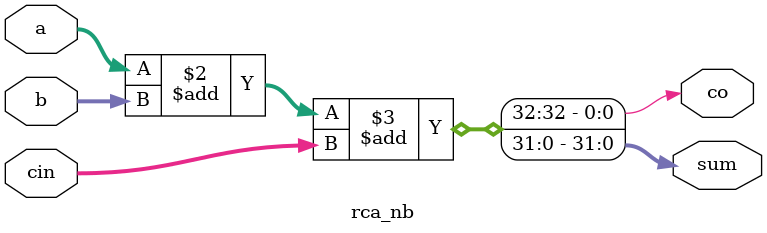
<source format=v>
`timescale 1ns / 1ps

//
//
// Instantation
// 
//  rca_nb( .a(), .b(), .cin(), .sum(), .co());
//

module rca_nb(
    input signed [n-1:0] a,
    input signed [n-1:0] b,
    input [n-1:0] cin,
    output reg signed [n-1:0] sum,
    output reg co
    );
	
    parameter n = 32;
    
    always @(a,b,cin)
    begin
       {co,sum} = a + b + cin;    
    end
    
endmodule

</source>
